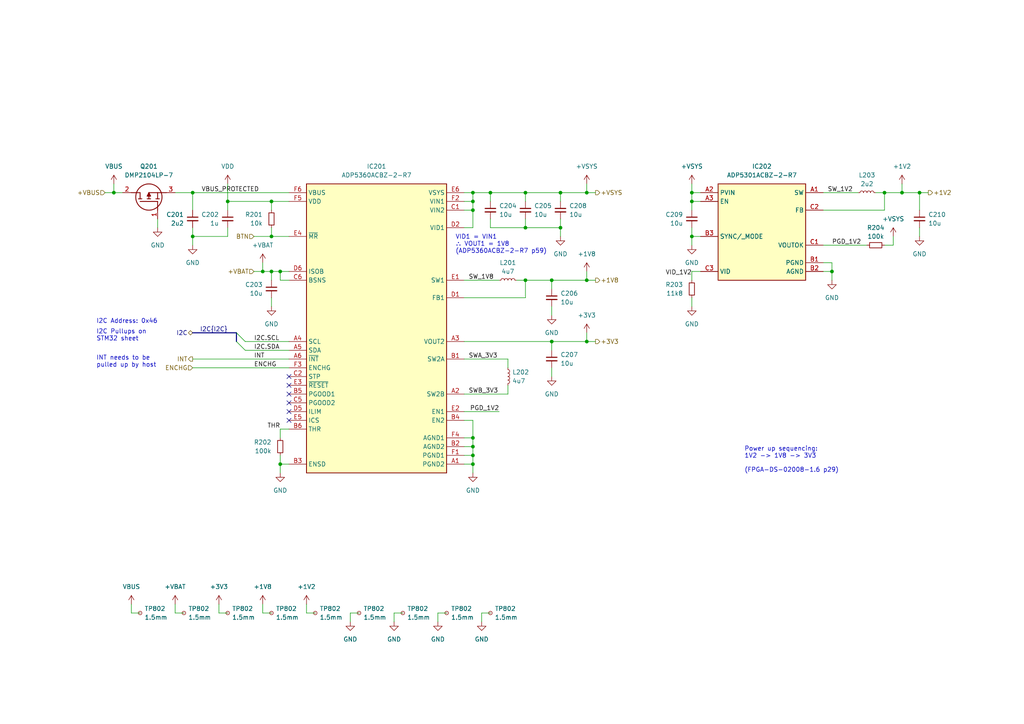
<source format=kicad_sch>
(kicad_sch (version 20230121) (generator eeschema)
  (paper "A4")
  (title_block (title "Watch Power") (date "2023-12-20") (rev "1") (comment 1 "Checked by Ben Smith on 20/12/23"))
  (lib_symbols
    (symbol "ADP5301ACBZ-2-R7:ADP5301ACBZ-2-R7"
      (property "Reference" "IC" (at 0 20.32 0))
      (property "Value" "ADP5301ACBZ-2-R7" (at 0 17.78 0))
      (symbol "ADP5301ACBZ-2-R7_1_1"
        (rectangle (start -12.7 15.24) (end 12.7 -12.7) (stroke (width 0.254)) (fill (type background)))
        (pin passive line (at 17.78 12.7 180) (length 5.08) (name "SW") (number "A1"))
        (pin passive line (at -17.78 12.7 0) (length 5.08) (name "PVIN") (number "A2"))
        (pin passive line (at -17.78 10.16 0) (length 5.08) (name "EN") (number "A3"))
        (pin passive line (at 17.78 -7.62 180) (length 5.08) (name "PGND") (number "B1"))
        (pin passive line (at 17.78 -10.16 180) (length 5.08) (name "AGND") (number "B2"))
        (pin passive line (at -17.78 0 0) (length 5.08) (name "SYNC/_MODE") (number "B3"))
        (pin passive line (at 17.78 -2.54 180) (length 5.08) (name "VOUTOK") (number "C1"))
        (pin passive line (at 17.78 7.62 180) (length 5.08) (name "FB") (number "C2"))
        (pin passive line (at -17.78 -10.16 0) (length 5.08) (name "VID") (number "C3"))
      )
    )
    (symbol "ADP5360ACBZ-2-R7:ADP5360ACBZ-2-R7"
      (property "Reference" "IC" (at 1.27 45.72 0))
      (property "Value" "ADP5360ACBZ-2-R7" (at 1.27 43.18 0))
      (symbol "ADP5360ACBZ-2-R7_1_1"
        (rectangle (start -20.32 40.64) (end 20.32 -43.18) (stroke (width 0.254)) (fill (type background)))
        (pin passive line (at 25.4 -40.64 180) (length 5.08) (name "PGND2") (number "A1"))
        (pin passive line (at 25.4 -20.32 180) (length 5.08) (name "SW2B") (number "A2"))
        (pin passive line (at 25.4 -5.08 180) (length 5.08) (name "VOUT2") (number "A3"))
        (pin passive line (at -25.4 -5.08 0) (length 5.08) (name "SCL") (number "A4"))
        (pin passive line (at -25.4 -7.62 0) (length 5.08) (name "SDA") (number "A5"))
        (pin passive line (at -25.4 -10.16 0) (length 5.08) (name "~{INT}") (number "A6"))
        (pin passive line (at 25.4 -10.16 180) (length 5.08) (name "SW2A") (number "B1"))
        (pin passive line (at 25.4 -35.56 180) (length 5.08) (name "AGND2") (number "B2"))
        (pin passive line (at -25.4 -40.64 0) (length 5.08) (name "ENSD") (number "B3"))
        (pin passive line (at 25.4 -27.94 180) (length 5.08) (name "EN2") (number "B4"))
        (pin passive line (at -25.4 -20.32 0) (length 5.08) (name "PGOOD1") (number "B5"))
        (pin passive line (at -25.4 -30.48 0) (length 5.08) (name "THR") (number "B6"))
        (pin passive line (at 25.4 33.02 180) (length 5.08) (name "VIN2") (number "C1"))
        (pin passive line (at -25.4 -15.24 0) (length 5.08) (name "STP") (number "C2"))
        (pin passive line (at -25.4 -22.86 0) (length 5.08) (name "PGOOD2") (number "C5"))
        (pin passive line (at -25.4 12.7 0) (length 5.08) (name "BSNS") (number "C6"))
        (pin passive line (at 25.4 7.62 180) (length 5.08) (name "FB1") (number "D1"))
        (pin passive line (at 25.4 27.94 180) (length 5.08) (name "VID1") (number "D2"))
        (pin passive line (at -25.4 -25.4 0) (length 5.08) (name "ILIM") (number "D5"))
        (pin passive line (at -25.4 15.24 0) (length 5.08) (name "ISOB") (number "D6"))
        (pin passive line (at 25.4 12.7 180) (length 5.08) (name "SW1") (number "E1"))
        (pin passive line (at 25.4 -25.4 180) (length 5.08) (name "EN1") (number "E2"))
        (pin passive line (at -25.4 -17.78 0) (length 5.08) (name "~{RESET}") (number "E3"))
        (pin passive line (at -25.4 25.4 0) (length 5.08) (name "~{MR}") (number "E4"))
        (pin passive line (at -25.4 -27.94 0) (length 5.08) (name "ICS") (number "E5"))
        (pin passive line (at 25.4 38.1 180) (length 5.08) (name "VSYS") (number "E6"))
        (pin passive line (at 25.4 -38.1 180) (length 5.08) (name "PGND1") (number "F1"))
        (pin passive line (at 25.4 35.56 180) (length 5.08) (name "VIN1") (number "F2"))
        (pin passive line (at -25.4 -12.7 0) (length 5.08) (name "ENCHG") (number "F3"))
        (pin passive line (at 25.4 -33.02 180) (length 5.08) (name "AGND1") (number "F4"))
        (pin passive line (at -25.4 35.56 0) (length 5.08) (name "VDD") (number "F5"))
        (pin passive line (at -25.4 38.1 0) (length 5.08) (name "VBUS") (number "F6"))
      )
    )
    (symbol "Connector:TestPoint_Small" (pin_numbers hide) (pin_names (offset 0.762) hide)
      (property "Reference" "TP" (at 0 3.81 0))
      (property "Value" "TestPoint_Small" (at 0 2.032 0))
      (symbol "TestPoint_Small_0_1"
        (circle (center 0 0) (radius 0.508))
      )
      (symbol "TestPoint_Small_1_1"
        (pin passive line (at 0 0 90) (length 0) (name "1") (number "1"))
      )
    )
    (symbol "DMP2104LP-7:DMP2104LP-7" (pin_names hide)
      (property "Reference" "Q" (at 11.43 3.81 0))
      (property "Value" "DMP2104LP-7" (at 11.43 1.27 0))
      (symbol "DMP2104LP-7_1_1"
        (polyline (pts (xy 2.54 0) (xy 5.08 0)) (stroke (width 0.254)))
        (polyline (pts (xy 5.08 5.08) (xy 5.08 0)) (stroke (width 0.254)))
        (polyline (pts (xy 5.842 -0.508) (xy 5.842 0.508)) (stroke (width 0.254)))
        (polyline (pts (xy 5.842 0) (xy 7.62 0)) (stroke (width 0.254)))
        (polyline (pts (xy 5.842 2.032) (xy 5.842 3.048)) (stroke (width 0.254)))
        (polyline (pts (xy 5.842 5.588) (xy 5.842 4.572)) (stroke (width 0.254)))
        (polyline (pts (xy 7.62 2.54) (xy 5.842 2.54)) (stroke (width 0.254)))
        (polyline (pts (xy 7.62 2.54) (xy 7.62 -2.54)) (stroke (width 0.254)))
        (polyline (pts (xy 7.62 5.08) (xy 5.842 5.08)) (stroke (width 0.254)))
        (polyline (pts (xy 7.62 5.08) (xy 7.62 7.62)) (stroke (width 0.254)))
        (polyline (pts (xy 7.62 2.54) (xy 6.604 3.048) (xy 6.604 2.032) (xy 7.62 2.54)) (stroke (width 0.254)) (fill (type outline)))
        (circle (center 6.35 2.54) (radius 3.81) (stroke (width 0.254)))
        (pin passive line (at 0 0 0) (length 2.54) (name "G") (number "1"))
        (pin passive line (at 7.62 10.16 270) (length 2.54) (name "D") (number "2"))
        (pin passive line (at 7.62 -5.08 90) (length 2.54) (name "S") (number "3"))
      )
    )
    (symbol "Device:C_Small" (pin_numbers hide) (pin_names (offset 0.254) hide)
      (property "Reference" "C" (at 0.254 1.778 0))
      (property "Value" "C_Small" (at 0.254 -2.032 0))
      (symbol "C_Small_0_1"
        (polyline (pts (xy -1.524 -0.508) (xy 1.524 -0.508)) (stroke (width 0.3302)))
        (polyline (pts (xy -1.524 0.508) (xy 1.524 0.508)) (stroke (width 0.3048)))
      )
      (symbol "C_Small_1_1"
        (pin passive line (at 0 2.54 270) (length 2.032) (name "~") (number "1"))
        (pin passive line (at 0 -2.54 90) (length 2.032) (name "~") (number "2"))
      )
    )
    (symbol "Device:L_Small" (pin_numbers hide) (pin_names (offset 0.254) hide)
      (property "Reference" "L" (at 0.762 1.016 0))
      (property "Value" "L_Small" (at 0.762 -1.016 0))
      (symbol "L_Small_0_1"
        (arc (start 0 -2.032) (mid 0.5058 -1.524) (end 0 -1.016))
        (arc (start 0 -1.016) (mid 0.5058 -0.508) (end 0 0))
        (arc (start 0 0) (mid 0.5058 0.508) (end 0 1.016))
        (arc (start 0 1.016) (mid 0.5058 1.524) (end 0 2.032))
      )
      (symbol "L_Small_1_1"
        (pin passive line (at 0 2.54 270) (length 0.508) (name "~") (number "1"))
        (pin passive line (at 0 -2.54 90) (length 0.508) (name "~") (number "2"))
      )
    )
    (symbol "Device:R_Small" (pin_numbers hide) (pin_names (offset 0.254) hide)
      (property "Reference" "R" (at 0.762 0.508 0))
      (property "Value" "R_Small" (at 0.762 -1.016 0))
      (symbol "R_Small_0_1"
        (rectangle (start -0.762 1.778) (end 0.762 -1.778) (stroke (width 0.2032)))
      )
      (symbol "R_Small_1_1"
        (pin passive line (at 0 2.54 270) (length 0.762) (name "~") (number "1"))
        (pin passive line (at 0 -2.54 90) (length 0.762) (name "~") (number "2"))
      )
    )
    (symbol "power:+1V2" (power) (pin_names (offset 0))
      (property "Value" "+1V2" (at 0 3.556 0))
      (symbol "+1V2_0_1"
        (polyline (pts (xy -0.762 1.27) (xy 0 2.54)))
        (polyline (pts (xy 0 0) (xy 0 2.54)))
        (polyline (pts (xy 0 2.54) (xy 0.762 1.27)))
      )
      (symbol "+1V2_1_1"
        (pin power_in line (at 0 0 90) (length 0) hide (name "+1V2") (number "1"))
      )
    )
    (symbol "power:+1V8" (power) (pin_names (offset 0))
      (property "Value" "+1V8" (at 0 3.556 0))
      (symbol "+1V8_0_1"
        (polyline (pts (xy -0.762 1.27) (xy 0 2.54)))
        (polyline (pts (xy 0 0) (xy 0 2.54)))
        (polyline (pts (xy 0 2.54) (xy 0.762 1.27)))
      )
      (symbol "+1V8_1_1"
        (pin power_in line (at 0 0 90) (length 0) hide (name "+1V8") (number "1"))
      )
    )
    (symbol "power:+3V3" (power) (pin_names (offset 0))
      (property "Value" "+3V3" (at 0 3.556 0))
      (symbol "+3V3_0_1"
        (polyline (pts (xy -0.762 1.27) (xy 0 2.54)))
        (polyline (pts (xy 0 0) (xy 0 2.54)))
        (polyline (pts (xy 0 2.54) (xy 0.762 1.27)))
      )
      (symbol "+3V3_1_1"
        (pin power_in line (at 0 0 90) (length 0) hide (name "+3V3") (number "1"))
      )
    )
    (symbol "power:GND" (power) (pin_names (offset 0))
      (property "Value" "GND" (at 0 -3.81 0))
      (symbol "GND_0_1"
        (polyline (pts (xy 0 0) (xy 0 -1.27) (xy 1.27 -1.27) (xy 0 -2.54) (xy -1.27 -1.27) (xy 0 -1.27)))
      )
      (symbol "GND_1_1"
        (pin power_in line (at 0 0 270) (length 0) hide (name "GND") (number "1"))
      )
    )
    (symbol "power:VBUS" (power) (pin_names (offset 0))
      (property "Value" "VBUS" (at 0 3.81 0))
      (symbol "VBUS_0_1"
        (polyline (pts (xy -0.762 1.27) (xy 0 2.54)))
        (polyline (pts (xy 0 0) (xy 0 2.54)))
        (polyline (pts (xy 0 2.54) (xy 0.762 1.27)))
      )
      (symbol "VBUS_1_1"
        (pin power_in line (at 0 0 90) (length 0) hide (name "VBUS") (number "1"))
      )
    )
    (symbol "power:VDD" (power) (pin_names (offset 0))
      (property "Value" "VDD" (at 0 3.81 0))
      (symbol "VDD_0_1"
        (polyline (pts (xy -0.762 1.27) (xy 0 2.54)))
        (polyline (pts (xy 0 0) (xy 0 2.54)))
        (polyline (pts (xy 0 2.54) (xy 0.762 1.27)))
      )
      (symbol "VDD_1_1"
        (pin power_in line (at 0 0 90) (length 0) hide (name "VDD") (number "1"))
      )
    )
    (symbol "watch_symbols_lib:+VBAT" (power) (pin_names (offset 0))
      (property "Value" "+VBAT" (at 0 3.556 0))
      (symbol "+VBAT_0_1"
        (polyline (pts (xy -0.762 1.27) (xy 0 2.54)))
        (polyline (pts (xy 0 0) (xy 0 2.54)))
        (polyline (pts (xy 0 2.54) (xy 0.762 1.27)))
      )
      (symbol "+VBAT_1_1"
        (pin power_in line (at 0 0 90) (length 0) hide (name "+VBAT") (number "1"))
      )
    )
    (symbol "watch_symbols_lib:+VSYS" (power) (pin_names (offset 0))
      (property "Value" "+VSYS" (at 0 3.556 0))
      (symbol "+VSYS_0_1"
        (polyline (pts (xy -0.762 1.27) (xy 0 2.54)))
        (polyline (pts (xy 0 0) (xy 0 2.54)))
        (polyline (pts (xy 0 2.54) (xy 0.762 1.27)))
      )
      (symbol "+VSYS_1_1"
        (pin power_in line (at 0 0 90) (length 0) hide (name "+VSYS") (number "1"))
      )
    )
  )
  (junction (at 81.28 78.74))
  (junction (at 152.4 81.28))
  (junction (at 81.28 134.62))
  (junction (at 55.88 68.58))
  (junction (at 200.66 55.88))
  (junction (at 170.18 99.06))
  (junction (at 160.02 99.06))
  (junction (at 76.2 78.74))
  (junction (at 142.24 55.88))
  (junction (at 261.62 55.88))
  (junction (at 162.56 66.04))
  (junction (at 137.16 132.08))
  (junction (at 266.7 55.88))
  (junction (at 170.18 81.28))
  (junction (at 256.54 55.88))
  (junction (at 137.16 134.62))
  (junction (at 200.66 68.58))
  (junction (at 160.02 81.28))
  (junction (at 137.16 129.54))
  (junction (at 137.16 60.96))
  (junction (at 137.16 127))
  (junction (at 170.18 55.88))
  (junction (at 137.16 58.42))
  (junction (at 200.66 58.42))
  (junction (at 33.02 55.88))
  (junction (at 78.74 58.42))
  (junction (at 152.4 66.04))
  (junction (at 66.04 58.42))
  (junction (at 162.56 55.88))
  (junction (at 152.4 55.88))
  (junction (at 241.3 78.74))
  (junction (at 78.74 68.58))
  (junction (at 55.88 55.88))
  (junction (at 78.74 78.74))
  (junction (at 137.16 55.88))
  (no_connect (at 83.82 111.76))
  (no_connect (at 83.82 119.38))
  (no_connect (at 83.82 114.3))
  (no_connect (at 83.82 116.84))
  (no_connect (at 83.82 121.92))
  (no_connect (at 83.82 109.22))
  (bus_entry (at 68.58 99.06) (size 2.54 2.54))
  (bus_entry (at 68.58 96.52) (size 2.54 2.54))
  (wire (pts (xy 73.66 78.74) (xy 76.2 78.74)))
  (wire (pts (xy 160.02 99.06) (xy 170.18 99.06)))
  (wire (pts (xy 114.3 177.8) (xy 116.84 177.8)))
  (wire (pts (xy 114.3 180.34) (xy 114.3 177.8)))
  (wire (pts (xy 238.76 55.88) (xy 248.92 55.88)))
  (wire (pts (xy 137.16 127) (xy 134.62 127)))
  (wire (pts (xy 33.02 55.88) (xy 35.56 55.88)))
  (bus (pts (xy 68.58 96.52) (xy 68.58 99.06)))
  (wire (pts (xy 66.04 60.96) (xy 66.04 58.42)))
  (wire (pts (xy 134.62 58.42) (xy 137.16 58.42)))
  (wire (pts (xy 30.48 55.88) (xy 33.02 55.88)))
  (wire (pts (xy 266.7 55.88) (xy 269.24 55.88)))
  (wire (pts (xy 162.56 55.88) (xy 162.56 58.42)))
  (wire (pts (xy 238.76 78.74) (xy 241.3 78.74)))
  (wire (pts (xy 238.76 71.12) (xy 251.46 71.12)))
  (wire (pts (xy 152.4 66.04) (xy 162.56 66.04)))
  (wire (pts (xy 266.7 68.58) (xy 266.7 66.04)))
  (wire (pts (xy 170.18 99.06) (xy 172.72 99.06)))
  (wire (pts (xy 162.56 66.04) (xy 162.56 63.5)))
  (wire (pts (xy 38.1 175.26) (xy 38.1 177.8)))
  (wire (pts (xy 160.02 81.28) (xy 170.18 81.28)))
  (wire (pts (xy 137.16 132.08) (xy 137.16 129.54)))
  (wire (pts (xy 266.7 55.88) (xy 266.7 60.96)))
  (wire (pts (xy 134.62 134.62) (xy 137.16 134.62)))
  (wire (pts (xy 139.7 180.34) (xy 139.7 177.8)))
  (wire (pts (xy 170.18 55.88) (xy 170.18 53.34)))
  (wire (pts (xy 256.54 55.88) (xy 254 55.88)))
  (wire (pts (xy 200.66 55.88) (xy 200.66 58.42)))
  (wire (pts (xy 81.28 127) (xy 81.28 124.46)))
  (wire (pts (xy 76.2 78.74) (xy 76.2 76.2)))
  (wire (pts (xy 259.08 71.12) (xy 256.54 71.12)))
  (wire (pts (xy 200.66 81.28) (xy 200.66 78.74)))
  (wire (pts (xy 66.04 68.58) (xy 55.88 68.58)))
  (wire (pts (xy 200.66 68.58) (xy 203.2 68.58)))
  (wire (pts (xy 71.12 101.6) (xy 83.82 101.6)))
  (wire (pts (xy 261.62 53.34) (xy 261.62 55.88)))
  (wire (pts (xy 139.7 177.8) (xy 142.24 177.8)))
  (wire (pts (xy 71.12 99.06) (xy 83.82 99.06)))
  (wire (pts (xy 134.62 81.28) (xy 144.78 81.28)))
  (wire (pts (xy 101.6 177.8) (xy 104.14 177.8)))
  (wire (pts (xy 200.66 55.88) (xy 203.2 55.88)))
  (wire (pts (xy 55.88 106.68) (xy 83.82 106.68)))
  (wire (pts (xy 170.18 81.28) (xy 172.72 81.28)))
  (wire (pts (xy 142.24 66.04) (xy 152.4 66.04)))
  (wire (pts (xy 152.4 86.36) (xy 152.4 81.28)))
  (wire (pts (xy 152.4 55.88) (xy 162.56 55.88)))
  (wire (pts (xy 241.3 76.2) (xy 238.76 76.2)))
  (wire (pts (xy 142.24 66.04) (xy 142.24 63.5)))
  (wire (pts (xy 55.88 104.14) (xy 83.82 104.14)))
  (wire (pts (xy 73.66 68.58) (xy 78.74 68.58)))
  (wire (pts (xy 152.4 81.28) (xy 160.02 81.28)))
  (wire (pts (xy 127 180.34) (xy 127 177.8)))
  (wire (pts (xy 81.28 81.28) (xy 81.28 78.74)))
  (wire (pts (xy 137.16 137.16) (xy 137.16 134.62)))
  (wire (pts (xy 134.62 121.92) (xy 137.16 121.92)))
  (wire (pts (xy 147.32 104.14) (xy 147.32 106.68)))
  (wire (pts (xy 134.62 55.88) (xy 137.16 55.88)))
  (wire (pts (xy 134.62 119.38) (xy 144.78 119.38)))
  (wire (pts (xy 160.02 106.68) (xy 160.02 109.22)))
  (wire (pts (xy 162.56 55.88) (xy 170.18 55.88)))
  (wire (pts (xy 78.74 58.42) (xy 83.82 58.42)))
  (wire (pts (xy 170.18 78.74) (xy 170.18 81.28)))
  (wire (pts (xy 137.16 58.42) (xy 137.16 55.88)))
  (wire (pts (xy 137.16 55.88) (xy 142.24 55.88)))
  (wire (pts (xy 45.72 63.5) (xy 45.72 66.04)))
  (wire (pts (xy 76.2 175.26) (xy 76.2 177.8)))
  (wire (pts (xy 81.28 132.08) (xy 81.28 134.62)))
  (wire (pts (xy 50.8 55.88) (xy 55.88 55.88)))
  (wire (pts (xy 88.9 177.8) (xy 91.44 177.8)))
  (wire (pts (xy 81.28 134.62) (xy 83.82 134.62)))
  (wire (pts (xy 256.54 60.96) (xy 256.54 55.88)))
  (wire (pts (xy 137.16 66.04) (xy 137.16 60.96)))
  (wire (pts (xy 152.4 55.88) (xy 152.4 58.42)))
  (wire (pts (xy 200.66 58.42) (xy 200.66 60.96)))
  (wire (pts (xy 78.74 88.9) (xy 78.74 86.36)))
  (wire (pts (xy 134.62 114.3) (xy 147.32 114.3)))
  (wire (pts (xy 76.2 177.8) (xy 78.74 177.8)))
  (wire (pts (xy 33.02 53.34) (xy 33.02 55.88)))
  (wire (pts (xy 200.66 88.9) (xy 200.66 86.36)))
  (wire (pts (xy 55.88 68.58) (xy 55.88 71.12)))
  (wire (pts (xy 170.18 96.52) (xy 170.18 99.06)))
  (wire (pts (xy 78.74 68.58) (xy 83.82 68.58)))
  (wire (pts (xy 142.24 55.88) (xy 152.4 55.88)))
  (wire (pts (xy 66.04 66.04) (xy 66.04 68.58)))
  (wire (pts (xy 78.74 66.04) (xy 78.74 68.58)))
  (wire (pts (xy 81.28 137.16) (xy 81.28 134.62)))
  (wire (pts (xy 160.02 81.28) (xy 160.02 83.82)))
  (wire (pts (xy 170.18 55.88) (xy 172.72 55.88)))
  (wire (pts (xy 162.56 68.58) (xy 162.56 66.04)))
  (wire (pts (xy 200.66 66.04) (xy 200.66 68.58)))
  (wire (pts (xy 55.88 68.58) (xy 55.88 66.04)))
  (wire (pts (xy 241.3 78.74) (xy 241.3 76.2)))
  (wire (pts (xy 78.74 78.74) (xy 81.28 78.74)))
  (wire (pts (xy 81.28 124.46) (xy 83.82 124.46)))
  (wire (pts (xy 63.5 175.26) (xy 63.5 177.8)))
  (wire (pts (xy 134.62 104.14) (xy 147.32 104.14)))
  (wire (pts (xy 38.1 177.8) (xy 40.64 177.8)))
  (wire (pts (xy 261.62 55.88) (xy 266.7 55.88)))
  (wire (pts (xy 142.24 55.88) (xy 142.24 58.42)))
  (wire (pts (xy 152.4 81.28) (xy 149.86 81.28)))
  (wire (pts (xy 152.4 66.04) (xy 152.4 63.5)))
  (wire (pts (xy 76.2 78.74) (xy 78.74 78.74)))
  (wire (pts (xy 200.66 78.74) (xy 203.2 78.74)))
  (wire (pts (xy 200.66 71.12) (xy 200.66 68.58)))
  (wire (pts (xy 256.54 55.88) (xy 261.62 55.88)))
  (wire (pts (xy 137.16 132.08) (xy 134.62 132.08)))
  (wire (pts (xy 137.16 121.92) (xy 137.16 127)))
  (wire (pts (xy 83.82 78.74) (xy 81.28 78.74)))
  (wire (pts (xy 55.88 55.88) (xy 83.82 55.88)))
  (wire (pts (xy 66.04 58.42) (xy 78.74 58.42)))
  (wire (pts (xy 127 177.8) (xy 129.54 177.8)))
  (wire (pts (xy 134.62 129.54) (xy 137.16 129.54)))
  (wire (pts (xy 134.62 86.36) (xy 152.4 86.36)))
  (wire (pts (xy 88.9 175.26) (xy 88.9 177.8)))
  (wire (pts (xy 137.16 129.54) (xy 137.16 127)))
  (wire (pts (xy 78.74 78.74) (xy 78.74 81.28)))
  (wire (pts (xy 137.16 60.96) (xy 137.16 58.42)))
  (wire (pts (xy 200.66 53.34) (xy 200.66 55.88)))
  (wire (pts (xy 238.76 60.96) (xy 256.54 60.96)))
  (wire (pts (xy 50.8 175.26) (xy 50.8 177.8)))
  (wire (pts (xy 259.08 68.58) (xy 259.08 71.12)))
  (wire (pts (xy 134.62 66.04) (xy 137.16 66.04)))
  (wire (pts (xy 137.16 134.62) (xy 137.16 132.08)))
  (bus (pts (xy 68.58 96.52) (xy 55.88 96.52)))
  (wire (pts (xy 55.88 55.88) (xy 55.88 60.96)))
  (wire (pts (xy 78.74 58.42) (xy 78.74 60.96)))
  (wire (pts (xy 160.02 88.9) (xy 160.02 91.44)))
  (wire (pts (xy 83.82 81.28) (xy 81.28 81.28)))
  (wire (pts (xy 241.3 81.28) (xy 241.3 78.74)))
  (wire (pts (xy 50.8 177.8) (xy 53.34 177.8)))
  (wire (pts (xy 101.6 180.34) (xy 101.6 177.8)))
  (wire (pts (xy 134.62 60.96) (xy 137.16 60.96)))
  (wire (pts (xy 147.32 111.76) (xy 147.32 114.3)))
  (wire (pts (xy 66.04 53.34) (xy 66.04 58.42)))
  (wire (pts (xy 63.5 177.8) (xy 66.04 177.8)))
  (wire (pts (xy 134.62 99.06) (xy 160.02 99.06)))
  (wire (pts (xy 200.66 58.42) (xy 203.2 58.42)))
  (wire (pts (xy 160.02 99.06) (xy 160.02 101.6)))
  (text "VID1 = VIN1\n∴ VOUT1 = 1V8\n(ADP5360ACBZ-2-R7 p59)" (at 132.08 73.66 0) (effects (font (size 1.27 1.27)) (justify left bottom)))
  (text "INT needs to be\npulled up by host" (at 27.94 106.68 0) (effects (font (size 1.27 1.27)) (justify left bottom)))
  (text "Power up sequencing:\n1V2 -> 1V8 -> 3V3\n\n(FPGA-DS-02008-1.6 p29)" (at 215.9 137.16 0) (effects (font (size 1.27 1.27)) (justify left bottom)))
  (text "I2C Address: 0x46" (at 27.94 93.98 0) (effects (font (size 1.27 1.27)) (justify left bottom)))
  (text "I2C Pullups on\nSTM32 sheet" (at 27.94 99.06 0) (effects (font (size 1.27 1.27)) (justify left bottom)))
  (label "VBUS_PROTECTED" (at 58.42 55.88 0))
  (label "INT" (at 73.66 104.14 0))
  (label "I2C{I2C}" (at 66.04 96.52 180))
  (label "THR" (at 81.28 124.46 180))
  (label "SW_1V8" (at 135.89 81.28 0))
  (label "I2C.SCL" (at 73.66 99.06 0))
  (label "PGD_1V2" (at 241.3 71.12 0))
  (label "SWA_3V3" (at 135.89 104.14 0))
  (label "SW_1V2" (at 240.03 55.88 0))
  (label "SWB_3V3" (at 135.89 114.3 0))
  (label "PGD_1V2" (at 144.78 119.38 180))
  (label "I2C.SDA" (at 73.66 101.6 0))
  (label "ENCHG" (at 73.66 106.68 0))
  (label "VID_1V2" (at 200.66 80.01 180))
  (hierarchical_label "+VSYS" (shape output) (at 172.72 55.88 0))
  (hierarchical_label "+VBUS" (shape input) (at 30.48 55.88 180))
  (hierarchical_label "+3V3" (shape output) (at 172.72 99.06 0))
  (hierarchical_label "+VBAT" (shape input) (at 73.66 78.74 180))
  (hierarchical_label "BTN" (shape input) (at 73.66 68.58 180))
  (hierarchical_label "INT" (shape output) (at 55.88 104.14 180))
  (hierarchical_label "+1V2" (shape output) (at 269.24 55.88 0))
  (hierarchical_label "+1V8" (shape output) (at 172.72 81.28 0))
  (hierarchical_label "I2C" (shape bidirectional) (at 55.88 96.52 180) (property "DSI" "DSI" (effects hide)))
  (hierarchical_label "ENCHG" (shape input) (at 55.88 106.68 180))
  (symbol (lib_id "power:GND") (at 81.28 137.16 0) (unit 1)
    (property "Reference" "#PWR0208" (effects hide))
    (property "Value" "GND" (at 81.28 142.24 0))
  )
  (symbol (lib_id "power:GND") (at 241.3 81.28 0) (unit 1)
    (property "Reference" "#PWR0228" (effects hide))
    (property "Value" "GND" (at 241.3 86.36 0))
  )
  (symbol (lib_id "Connector:TestPoint_Small") (at 78.74 177.8 0) (unit 1)
    (property "Reference" "TP802" (at 80.01 176.53 0) (effects (justify left)))
    (property "Value" "1.5mm" (at 80.01 179.07 0) (effects (justify left)))
    (property "Footprint" "TestPoint:TestPoint_Pad_D1.5mm" (effects hide))
    (instances (project "watch_main" (path "" (reference "TP802") (unit 1)) (path "" (reference "TP204") (unit 1))))
  )
  (symbol (lib_id "Device:R_Small") (at 81.28 129.54 0) (mirror y) (unit 1)
    (property "Reference" "R202" (at 78.74 128.27 0) (effects (justify left)))
    (property "Value" "100k" (at 78.74 130.81 0) (effects (justify left)))
    (property "Footprint" "Resistor_SMD:R_0402_1005Metric" (effects hide))
  )
  (symbol (lib_id "Connector:TestPoint_Small") (at 142.24 177.8 0) (unit 1)
    (property "Reference" "TP802" (at 143.51 176.53 0) (effects (justify left)))
    (property "Value" "1.5mm" (at 143.51 179.07 0) (effects (justify left)))
    (property "Footprint" "TestPoint:TestPoint_Pad_D1.5mm" (effects hide))
    (instances (project "watch_main" (path "" (reference "TP802") (unit 1)) (path "" (reference "TP209") (unit 1))))
  )
  (symbol (lib_id "power:GND") (at 160.02 109.22 0) (unit 1)
    (property "Reference" "#PWR0218" (effects hide))
    (property "Value" "GND" (at 160.02 114.3 0))
  )
  (symbol (lib_id "watch_symbols_lib:+VBAT") (at 50.8 175.26 0) (unit 1)
    (property "Reference" "#PWR0209" (effects hide))
    (property "Value" "+VBAT" (at 50.8 170.18 0))
  )
  (symbol (lib_id "power:GND") (at 114.3 180.34 0) (unit 1)
    (property "Reference" "#PWR0215" (effects hide))
    (property "Value" "GND" (at 114.3 185.42 0))
  )
  (symbol (lib_id "Connector:TestPoint_Small") (at 91.44 177.8 0) (unit 1)
    (property "Reference" "TP802" (at 92.71 176.53 0) (effects (justify left)))
    (property "Value" "1.5mm" (at 92.71 179.07 0) (effects (justify left)))
    (property "Footprint" "TestPoint:TestPoint_Pad_D1.5mm" (effects hide))
    (instances (project "watch_main" (path "" (reference "TP802") (unit 1)) (path "" (reference "TP205") (unit 1))))
  )
  (symbol (lib_id "Device:C_Small") (at 55.88 63.5 0) (mirror y) (unit 1)
    (property "Reference" "C201" (at 53.34 62.2363 0) (effects (justify left)))
    (property "Value" "2u2" (at 53.34 64.7763 0) (effects (justify left)))
    (property "Footprint" "Capacitor_SMD:C_0402_1005Metric" (effects hide))
  )
  (symbol (lib_id "Device:C_Small") (at 160.02 104.14 0) (unit 1)
    (property "Reference" "C207" (at 162.56 102.8763 0) (effects (justify left)))
    (property "Value" "10u" (at 162.56 105.4163 0) (effects (justify left)))
    (property "Footprint" "Capacitor_SMD:C_0402_1005Metric" (effects hide))
  )
  (symbol (lib_id "ADP5360ACBZ-2-R7:ADP5360ACBZ-2-R7") (at 109.22 93.98 0) (unit 1)
    (property "Reference" "IC201" (at 109.22 48.26 0))
    (property "Value" "ADP5360ACBZ-2-R7" (at 109.22 50.8 0))
    (property "Footprint" "watch_footprints:ADP5360ACBZ1R7" (effects hide))
    (property "Datasheet" "https://static6.arrow.com/aropdfconversion/942f247d1889decade131896ebbd71237a4d497d/adp5360.pdf" (effects hide))
    (property "Height" "0.56" (effects hide))
    (property "Mouser Part Number" "584-ADP5360ACBZ-2-R7" (effects hide))
    (property "Mouser Price/Stock" "https://www.mouser.co.uk/ProductDetail/Analog-Devices/ADP5360ACBZ-2-R7?qs=GBLSl2AkirtayaN8yEOC7w%3D%3D" (effects hide))
    (property "Manufacturer_Name" "Analog Devices" (effects hide))
    (property "Manufacturer_Part_Number" "ADP5360ACBZ-2-R7" (effects hide))
  )
  (symbol (lib_id "Connector:TestPoint_Small") (at 66.04 177.8 0) (unit 1)
    (property "Reference" "TP802" (at 67.31 176.53 0) (effects (justify left)))
    (property "Value" "1.5mm" (at 67.31 179.07 0) (effects (justify left)))
    (property "Footprint" "TestPoint:TestPoint_Pad_D1.5mm" (effects hide))
    (instances (project "watch_main" (path "" (reference "TP802") (unit 1)) (path "" (reference "TP203") (unit 1))))
  )
  (symbol (lib_id "Device:C_Small") (at 142.24 60.96 0) (unit 1)
    (property "Reference" "C204" (at 144.78 59.6963 0) (effects (justify left)))
    (property "Value" "10u" (at 144.78 62.2363 0) (effects (justify left)))
    (property "Footprint" "Capacitor_SMD:C_0402_1005Metric" (effects hide))
  )
  (symbol (lib_id "Device:C_Small") (at 66.04 63.5 0) (mirror y) (unit 1)
    (property "Reference" "C202" (at 63.5 62.2363 0) (effects (justify left)))
    (property "Value" "1u" (at 63.5 64.7763 0) (effects (justify left)))
    (property "Footprint" "Capacitor_SMD:C_0402_1005Metric" (effects hide))
  )
  (symbol (lib_id "power:+1V2") (at 261.62 53.34 0) (unit 1)
    (property "Reference" "#PWR0230" (effects hide))
    (property "Value" "+1V2" (at 261.62 48.26 0))
  )
  (symbol (lib_id "ADP5301ACBZ-2-R7:ADP5301ACBZ-2-R7") (at 220.98 68.58 0) (unit 1)
    (property "Reference" "IC202" (at 220.98 48.26 0))
    (property "Value" "ADP5301ACBZ-2-R7" (at 220.98 50.8 0))
    (property "Footprint" "watch_footprints:BGA9C50P3X3_165X187X66" (effects hide))
    (property "Datasheet" "http://www.analog.com/media/en/technical-documentation/data-sheets/ADP5301.pdf" (effects hide))
    (property "Height" "0.66" (effects hide))
    (property "Mouser Part Number" "584-ADP5301ACBZ-2-R7" (effects hide))
    (property "Mouser Price/Stock" "https://www.mouser.co.uk/ProductDetail/Analog-Devices/ADP5301ACBZ-3-R7?qs=pL1yUmdQS8m1rgSr%252BoQAPA%3D%3D" (effects hide))
    (property "Manufacturer_Name" "Analog Devices" (effects hide))
    (property "Manufacturer_Part_Number" "ADP5301ACBZ-2-R7" (effects hide))
  )
  (symbol (lib_id "watch_symbols_lib:+VSYS") (at 200.66 53.34 0) (unit 1)
    (property "Reference" "#PWR0223" (effects hide))
    (property "Value" "+VSYS" (at 200.66 48.26 0))
  )
  (symbol (lib_id "power:+1V8") (at 76.2 175.26 0) (unit 1)
    (property "Reference" "#PWR0211" (effects hide))
    (property "Value" "+1V8" (at 76.2 170.18 0))
  )
  (symbol (lib_id "Connector:TestPoint_Small") (at 40.64 177.8 0) (unit 1)
    (property "Reference" "TP802" (at 41.91 176.53 0) (effects (justify left)))
    (property "Value" "1.5mm" (at 41.91 179.07 0) (effects (justify left)))
    (property "Footprint" "TestPoint:TestPoint_Pad_D1.5mm" (effects hide))
    (instances (project "watch_main" (path "" (reference "TP802") (unit 1)) (path "" (reference "TP201") (unit 1))))
  )
  (symbol (lib_id "power:GND") (at 137.16 137.16 0) (unit 1)
    (property "Reference" "#PWR0214" (effects hide))
    (property "Value" "GND" (at 137.16 142.24 0))
  )
  (symbol (lib_id "DMP2104LP-7:DMP2104LP-7") (at 45.72 63.5 90) (unit 1)
    (property "Reference" "Q201" (at 43.18 48.26 90))
    (property "Value" "DMP2104LP-7" (at 43.18 50.8 90))
    (property "Footprint" "watch_footprints:DMP2104LP7" (effects hide))
    (property "Datasheet" "https://componentsearchengine.com/Datasheets/2/DMP2104LP-7.pdf" (effects hide))
    (property "Height" "0.53" (effects hide))
    (property "Mouser Part Number" "621-DMP2104LP-7" (effects hide))
    (property "Mouser Price/Stock" "https://www.mouser.co.uk/ProductDetail/Diodes-Incorporated/DMP2104LP-7?qs=R%252By5Lqt1H6xg6KRllhPj7w%3D%3D" (effects hide))
    (property "Manufacturer_Name" "Diodes Incorporated" (effects hide))
    (property "Manufacturer_Part_Number" "DMP2104LP-7" (effects hide))
  )
  (symbol (lib_id "power:+3V3") (at 63.5 175.26 0) (unit 1)
    (property "Reference" "#PWR0210" (effects hide))
    (property "Value" "+3V3" (at 63.5 170.18 0))
  )
  (symbol (lib_id "Connector:TestPoint_Small") (at 53.34 177.8 0) (unit 1)
    (property "Reference" "TP802" (at 54.61 176.53 0) (effects (justify left)))
    (property "Value" "1.5mm" (at 54.61 179.07 0) (effects (justify left)))
    (property "Footprint" "TestPoint:TestPoint_Pad_D1.5mm" (effects hide))
    (instances (project "watch_main" (path "" (reference "TP802") (unit 1)) (path "" (reference "TP202") (unit 1))))
  )
  (symbol (lib_id "power:GND") (at 45.72 66.04 0) (unit 1)
    (property "Reference" "#PWR0202" (effects hide))
    (property "Value" "GND" (at 45.72 71.12 0))
  )
  (symbol (lib_id "power:GND") (at 139.7 180.34 0) (unit 1)
    (property "Reference" "#PWR0232" (effects hide))
    (property "Value" "GND" (at 139.7 185.42 0))
  )
  (symbol (lib_id "power:GND") (at 160.02 91.44 0) (unit 1)
    (property "Reference" "#PWR0217" (effects hide))
    (property "Value" "GND" (at 160.02 96.52 0))
  )
  (symbol (lib_id "power:+1V2") (at 88.9 175.26 0) (unit 1)
    (property "Reference" "#PWR0212" (effects hide))
    (property "Value" "+1V2" (at 88.9 170.18 0))
  )
  (symbol (lib_id "Device:L_Small") (at 251.46 55.88 90) (unit 1)
    (property "Reference" "L203" (at 251.46 50.8 90))
    (property "Value" "2u2" (at 251.46 53.34 90))
    (property "Footprint" "Inductor_SMD:L_TDK_MLZ1608" (effects hide))
  )
  (symbol (lib_id "watch_symbols_lib:+VSYS") (at 259.08 68.58 0) (unit 1)
    (property "Reference" "#PWR0229" (effects hide))
    (property "Value" "+VSYS" (at 259.08 63.5 0))
  )
  (symbol (lib_id "power:VBUS") (at 33.02 53.34 0) (unit 1)
    (property "Reference" "#PWR0201" (effects hide))
    (property "Value" "VBUS" (at 33.02 48.26 0))
  )
  (symbol (lib_id "Device:R_Small") (at 254 71.12 90) (unit 1)
    (property "Reference" "R204" (at 254 66.04 90))
    (property "Value" "100k" (at 254 68.58 90))
    (property "Footprint" "Resistor_SMD:R_0402_1005Metric" (effects hide))
  )
  (symbol (lib_id "Device:C_Small") (at 266.7 63.5 0) (unit 1)
    (property "Reference" "C210" (at 269.24 62.2363 0) (effects (justify left)))
    (property "Value" "10u" (at 269.24 64.7763 0) (effects (justify left)))
    (property "Footprint" "Capacitor_SMD:C_0402_1005Metric" (effects hide))
  )
  (symbol (lib_id "power:VDD") (at 66.04 53.34 0) (unit 1)
    (property "Reference" "#PWR0204" (effects hide))
    (property "Value" "VDD" (at 66.04 48.26 0))
  )
  (symbol (lib_id "Device:C_Small") (at 160.02 86.36 0) (unit 1)
    (property "Reference" "C206" (at 162.56 85.0963 0) (effects (justify left)))
    (property "Value" "10u" (at 162.56 87.6363 0) (effects (justify left)))
    (property "Footprint" "Capacitor_SMD:C_0402_1005Metric" (effects hide))
  )
  (symbol (lib_id "power:GND") (at 266.7 68.58 0) (unit 1)
    (property "Reference" "#PWR0231" (effects hide))
    (property "Value" "GND" (at 266.7 73.66 0))
  )
  (symbol (lib_id "power:GND") (at 55.88 71.12 0) (unit 1)
    (property "Reference" "#PWR0203" (effects hide))
    (property "Value" "GND" (at 55.88 76.2 0))
  )
  (symbol (lib_id "Device:C_Small") (at 200.66 63.5 0) (mirror y) (unit 1)
    (property "Reference" "C209" (at 198.12 62.2363 0) (effects (justify left)))
    (property "Value" "10u" (at 198.12 64.7763 0) (effects (justify left)))
    (property "Footprint" "Capacitor_SMD:C_0402_1005Metric" (effects hide))
  )
  (symbol (lib_id "power:GND") (at 101.6 180.34 0) (unit 1)
    (property "Reference" "#PWR0213" (effects hide))
    (property "Value" "GND" (at 101.6 185.42 0))
  )
  (symbol (lib_id "Connector:TestPoint_Small") (at 104.14 177.8 0) (unit 1)
    (property "Reference" "TP802" (at 105.41 176.53 0) (effects (justify left)))
    (property "Value" "1.5mm" (at 105.41 179.07 0) (effects (justify left)))
    (property "Footprint" "TestPoint:TestPoint_Pad_D1.5mm" (effects hide))
    (instances (project "watch_main" (path "" (reference "TP802") (unit 1)) (path "" (reference "TP206") (unit 1))))
  )
  (symbol (lib_id "Connector:TestPoint_Small") (at 116.84 177.8 0) (unit 1)
    (property "Reference" "TP802" (at 118.11 176.53 0) (effects (justify left)))
    (property "Value" "1.5mm" (at 118.11 179.07 0) (effects (justify left)))
    (property "Footprint" "TestPoint:TestPoint_Pad_D1.5mm" (effects hide))
    (instances (project "watch_main" (path "" (reference "TP802") (unit 1)) (path "" (reference "TP207") (unit 1))))
  )
  (symbol (lib_id "Device:R_Small") (at 200.66 83.82 0) (mirror y) (unit 1)
    (property "Reference" "R203" (at 198.12 82.55 0) (effects (justify left)))
    (property "Value" "11k8" (at 198.12 85.09 0) (effects (justify left)))
    (property "Footprint" "Resistor_SMD:R_0402_1005Metric" (effects hide))
  )
  (symbol (lib_id "Device:C_Small") (at 152.4 60.96 0) (unit 1)
    (property "Reference" "C205" (at 154.94 59.6963 0) (effects (justify left)))
    (property "Value" "10u" (at 154.94 62.2363 0) (effects (justify left)))
    (property "Footprint" "Capacitor_SMD:C_0402_1005Metric" (effects hide))
  )
  (symbol (lib_id "power:GND") (at 78.74 88.9 0) (unit 1)
    (property "Reference" "#PWR0207" (effects hide))
    (property "Value" "GND" (at 78.74 93.98 0))
  )
  (symbol (lib_id "power:GND") (at 200.66 71.12 0) (unit 1)
    (property "Reference" "#PWR0224" (effects hide))
    (property "Value" "GND" (at 200.66 76.2 0))
  )
  (symbol (lib_id "power:VBUS") (at 38.1 175.26 0) (unit 1)
    (property "Reference" "#PWR0205" (effects hide))
    (property "Value" "VBUS" (at 38.1 170.18 0))
  )
  (symbol (lib_id "Device:L_Small") (at 147.32 81.28 90) (unit 1)
    (property "Reference" "L201" (at 147.32 76.2 90))
    (property "Value" "4u7" (at 147.32 78.74 90))
    (property "Footprint" "Inductor_SMD:L_Murata_DFE201610P" (effects hide))
  )
  (symbol (lib_id "power:GND") (at 200.66 88.9 0) (unit 1)
    (property "Reference" "#PWR0225" (effects hide))
    (property "Value" "GND" (at 200.66 93.98 0))
  )
  (symbol (lib_id "Connector:TestPoint_Small") (at 129.54 177.8 0) (unit 1)
    (property "Reference" "TP802" (at 130.81 176.53 0) (effects (justify left)))
    (property "Value" "1.5mm" (at 130.81 179.07 0) (effects (justify left)))
    (property "Footprint" "TestPoint:TestPoint_Pad_D1.5mm" (effects hide))
    (instances (project "watch_main" (path "" (reference "TP802") (unit 1)) (path "" (reference "TP208") (unit 1))))
  )
  (symbol (lib_id "Device:R_Small") (at 78.74 63.5 0) (mirror y) (unit 1)
    (property "Reference" "R201" (at 76.2 62.23 0) (effects (justify left)))
    (property "Value" "10k" (at 76.2 64.77 0) (effects (justify left)))
    (property "Footprint" "Resistor_SMD:R_0402_1005Metric" (effects hide))
  )
  (symbol (lib_id "power:+3V3") (at 170.18 96.52 0) (unit 1)
    (property "Reference" "#PWR0222" (effects hide))
    (property "Value" "+3V3" (at 170.18 91.44 0))
  )
  (symbol (lib_id "Device:C_Small") (at 78.74 83.82 0) (mirror y) (unit 1)
    (property "Reference" "C203" (at 76.2 82.5563 0) (effects (justify left)))
    (property "Value" "10u" (at 76.2 85.0963 0) (effects (justify left)))
    (property "Footprint" "Capacitor_SMD:C_0402_1005Metric" (effects hide))
  )
  (symbol (lib_id "power:GND") (at 162.56 68.58 0) (unit 1)
    (property "Reference" "#PWR0219" (effects hide))
    (property "Value" "GND" (at 162.56 73.66 0))
  )
  (symbol (lib_id "Device:L_Small") (at 147.32 109.22 0) (unit 1)
    (property "Reference" "L202" (at 148.59 107.95 0) (effects (justify left)))
    (property "Value" "4u7" (at 148.59 110.49 0) (effects (justify left)))
    (property "Footprint" "Inductor_SMD:L_Murata_DFE201610P" (effects hide))
  )
  (symbol (lib_id "watch_symbols_lib:+VBAT") (at 76.2 76.2 0) (unit 1)
    (property "Reference" "#PWR0206" (effects hide))
    (property "Value" "+VBAT" (at 76.2 71.12 0))
  )
  (symbol (lib_id "Device:C_Small") (at 162.56 60.96 0) (unit 1)
    (property "Reference" "C208" (at 165.1 59.6963 0) (effects (justify left)))
    (property "Value" "10u" (at 165.1 62.2363 0) (effects (justify left)))
    (property "Footprint" "Capacitor_SMD:C_0402_1005Metric" (effects hide))
  )
  (symbol (lib_id "power:GND") (at 127 180.34 0) (unit 1)
    (property "Reference" "#PWR0216" (effects hide))
    (property "Value" "GND" (at 127 185.42 0))
  )
  (symbol (lib_id "power:+1V8") (at 170.18 78.74 0) (unit 1)
    (property "Reference" "#PWR0221" (effects hide))
    (property "Value" "+1V8" (at 170.18 73.66 0))
  )
  (symbol (lib_id "watch_symbols_lib:+VSYS") (at 170.18 53.34 0) (unit 1)
    (property "Reference" "#PWR0220" (effects hide))
    (property "Value" "+VSYS" (at 170.18 48.26 0))
  )
)
</source>
